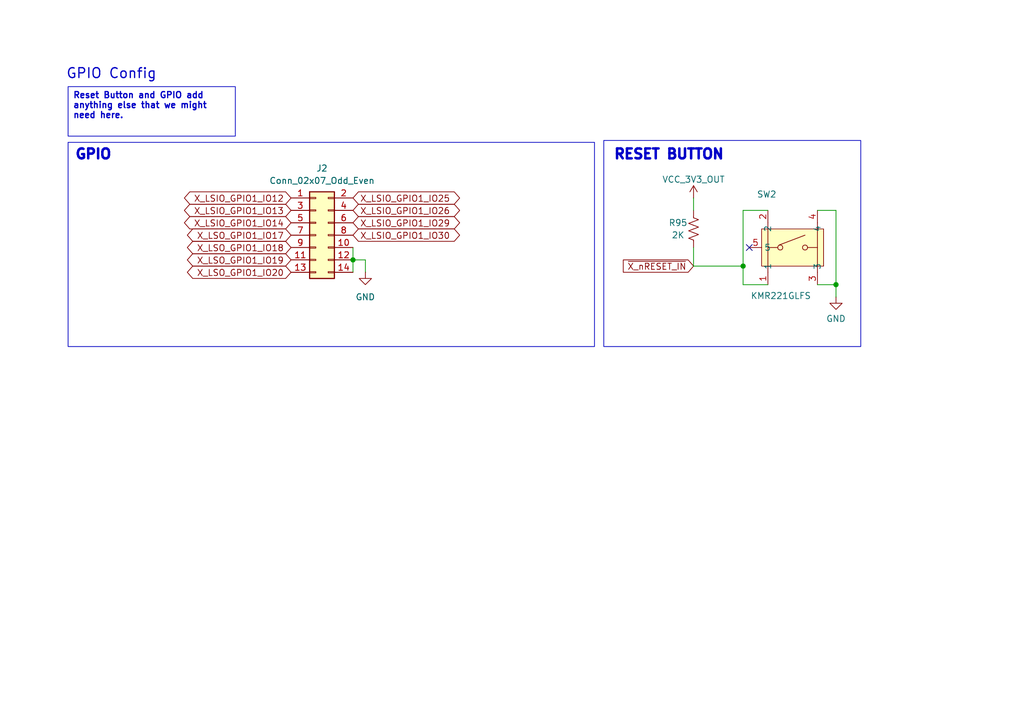
<source format=kicad_sch>
(kicad_sch (version 20250114) (generator "eeschema") (generator_version "9.0")
  (paper "A5")
  (lib_symbols
    (symbol "Connector_Generic:Conn_02x07_Odd_Even" (pin_names (offset 1.016) (hide yes))
      (property "Reference" "J" (at 1.27 10.16 0))
      (property "Value" "Conn_02x07_Odd_Even" (at 1.27 -10.16 0))
      (symbol "Conn_02x07_Odd_Even_1_1"
        (rectangle (start -1.27 8.89) (end 3.81 -8.89) (stroke (width 0.254)) (fill (type background)))
        (rectangle (start -1.27 7.747) (end 0 7.493) (stroke (width 0.1524)))
        (rectangle (start -1.27 5.207) (end 0 4.953) (stroke (width 0.1524)))
        (rectangle (start -1.27 2.667) (end 0 2.413) (stroke (width 0.1524)))
        (rectangle (start -1.27 0.127) (end 0 -0.127) (stroke (width 0.1524)))
        (rectangle (start -1.27 -2.413) (end 0 -2.667) (stroke (width 0.1524)))
        (rectangle (start -1.27 -4.953) (end 0 -5.207) (stroke (width 0.1524)))
        (rectangle (start -1.27 -7.493) (end 0 -7.747) (stroke (width 0.1524)))
        (rectangle (start 3.81 7.747) (end 2.54 7.493) (stroke (width 0.1524)))
        (rectangle (start 3.81 5.207) (end 2.54 4.953) (stroke (width 0.1524)))
        (rectangle (start 3.81 2.667) (end 2.54 2.413) (stroke (width 0.1524)))
        (rectangle (start 3.81 0.127) (end 2.54 -0.127) (stroke (width 0.1524)))
        (rectangle (start 3.81 -2.413) (end 2.54 -2.667) (stroke (width 0.1524)))
        (rectangle (start 3.81 -4.953) (end 2.54 -5.207) (stroke (width 0.1524)))
        (rectangle (start 3.81 -7.493) (end 2.54 -7.747) (stroke (width 0.1524)))
        (pin passive line (at -5.08 7.62 0) (length 3.81) (name "Pin_1") (number "1"))
        (pin passive line (at -5.08 5.08 0) (length 3.81) (name "Pin_3") (number "3"))
        (pin passive line (at -5.08 2.54 0) (length 3.81) (name "Pin_5") (number "5"))
        (pin passive line (at -5.08 0 0) (length 3.81) (name "Pin_7") (number "7"))
        (pin passive line (at -5.08 -2.54 0) (length 3.81) (name "Pin_9") (number "9"))
        (pin passive line (at -5.08 -5.08 0) (length 3.81) (name "Pin_11") (number "11"))
        (pin passive line (at -5.08 -7.62 0) (length 3.81) (name "Pin_13") (number "13"))
        (pin passive line (at 7.62 7.62 180) (length 3.81) (name "Pin_2") (number "2"))
        (pin passive line (at 7.62 5.08 180) (length 3.81) (name "Pin_4") (number "4"))
        (pin passive line (at 7.62 2.54 180) (length 3.81) (name "Pin_6") (number "6"))
        (pin passive line (at 7.62 0 180) (length 3.81) (name "Pin_8") (number "8"))
        (pin passive line (at 7.62 -2.54 180) (length 3.81) (name "Pin_10") (number "10"))
        (pin passive line (at 7.62 -5.08 180) (length 3.81) (name "Pin_12") (number "12"))
        (pin passive line (at 7.62 -7.62 180) (length 3.81) (name "Pin_14") (number "14"))
      )
    )
    (symbol "Device:R_US" (pin_numbers (hide yes)) (pin_names (offset 0))
      (property "Reference" "R" (at 2.54 0 90))
      (property "Value" "R_US" (at -2.54 0 90))
      (symbol "R_US_0_1"
        (polyline (pts (xy 0 2.286) (xy 0 2.54)))
        (polyline (pts (xy 0 2.286) (xy 1.016 1.905) (xy 0 1.524) (xy -1.016 1.143) (xy 0 0.762)))
        (polyline (pts (xy 0 0.762) (xy 1.016 0.381) (xy 0 0) (xy -1.016 -0.381) (xy 0 -0.762)))
        (polyline (pts (xy 0 -0.762) (xy 1.016 -1.143) (xy 0 -1.524) (xy -1.016 -1.905) (xy 0 -2.286)))
        (polyline (pts (xy 0 -2.286) (xy 0 -2.54)))
      )
      (symbol "R_US_1_1"
        (pin passive line (at 0 3.81 270) (length 1.27) (name "~") (number "1"))
        (pin passive line (at 0 -3.81 90) (length 1.27) (name "~") (number "2"))
      )
    )
    (symbol "imx8_carrier_board_symbol_library:KMR221GLFS"
      (property "Reference" "SW" (at 0 12.7 0))
      (symbol "KMR221GLFS_0_1"
        (rectangle (start -3.81 5.08) (end 3.81 -7.62) (fill (type background)))
        (polyline (pts (xy 0 1.78) (xy 0 3.81)))
        (circle (center 0 1.27) (radius 0.51))
        (circle (center 0 -3.81) (radius 0.51))
        (polyline (pts (xy 0 -4.32) (xy 0 -6.35)))
        (polyline (pts (xy 0.51 1.52) (xy 2.54 -3.81)))
        (polyline (pts (xy 5.08 3.81) (xy -5.08 3.81)))
        (polyline (pts (xy 5.08 -6.35) (xy -5.08 -6.35)))
        (pin unspecified line (at -7.62 3.81 0) (length 2.54) (name "1") (number "1"))
        (pin unspecified line (at -7.62 -6.35 0) (length 2.54) (name "3") (number "3"))
        (pin unspecified line (at 0 7.62 270) (length 2.54) (name "5") (number "5"))
        (pin unspecified line (at 7.62 3.81 180) (length 2.54) (name "2") (number "2"))
        (pin unspecified line (at 7.62 -6.35 180) (length 2.54) (name "4") (number "4"))
      )
    )
    (symbol "imx8_carrier_board_symbol_library:VCC_3V3_OUT" (power) (pin_numbers (hide yes)) (pin_names (offset 0) (hide yes))
      (property "Value" "VCC_3V3_OUT" (at 0 3.556 0))
      (symbol "VCC_3V3_OUT_0_1"
        (polyline (pts (xy -0.762 1.27) (xy 0 2.54)))
        (polyline (pts (xy 0 2.54) (xy 0.762 1.27)))
        (polyline (pts (xy 0 0) (xy 0 2.54)))
      )
      (symbol "VCC_3V3_OUT_1_1"
        (pin power_in line (at 0 0 90) (length 0) (name "~") (number "1"))
      )
    )
    (symbol "power:GND" (power) (pin_numbers (hide yes)) (pin_names (offset 0) (hide yes))
      (property "Value" "GND" (at 0 -3.81 0))
      (symbol "GND_0_1"
        (polyline (pts (xy 0 0) (xy 0 -1.27) (xy 1.27 -1.27) (xy 0 -2.54) (xy -1.27 -1.27) (xy 0 -1.27)))
      )
      (symbol "GND_1_1"
        (pin power_in line (at 0 0 270) (length 0) (name "~") (number "1"))
      )
    )
  )
  (rectangle (start 13.97 29.21) (end 121.92 71.12))
  (rectangle (start 123.825 28.829) (end 176.53 71.12))
  (text "GPIO Config" (at 22.86 15.24 0) (effects (font (size 2.032 2.032) (thickness 0.254) (bold yes))))
  (text "RESET BUTTON" (at 125.73 33.02 0) (effects (font (size 2.032 2.032) (thickness 0.6) (bold yes)) (justify left bottom)))
  (text "GPIO" (at 15.24 33.02 0) (effects (font (size 2.032 2.032) (thickness 0.6) (bold yes)) (justify left bottom)))
  (text_box "Reset Button and GPIO add anything else that we might need here." (at 13.97 17.78 0) (size 34.29 10.16) (margins 0.9525 0.9525 0.9525 0.9525) (effects (font (size 1.27 1.27) (thickness 0.254) (bold yes)) (justify left top)))
  (junction (at 171.45 58.42))
  (junction (at 152.4 54.61))
  (junction (at 72.39 53.34))
  (no_connect (at 153.67 50.8))
  (wire (pts (xy 142.24 54.61) (xy 152.4 54.61)))
  (wire (pts (xy 74.93 53.34) (xy 74.93 55.88)))
  (wire (pts (xy 72.39 50.8) (xy 72.39 53.34)))
  (wire (pts (xy 74.93 53.34) (xy 72.39 53.34)))
  (wire (pts (xy 157.48 58.42) (xy 152.4 58.42)))
  (wire (pts (xy 142.24 54.61) (xy 142.24 50.8)))
  (wire (pts (xy 167.64 43.18) (xy 171.45 43.18)))
  (wire (pts (xy 167.64 58.42) (xy 171.45 58.42)))
  (wire (pts (xy 171.45 43.18) (xy 171.45 58.42)))
  (wire (pts (xy 72.39 53.34) (xy 72.39 55.88)))
  (wire (pts (xy 157.48 43.18) (xy 152.4 43.18)))
  (wire (pts (xy 152.4 58.42) (xy 152.4 54.61)))
  (wire (pts (xy 142.24 40.64) (xy 142.24 43.18)))
  (wire (pts (xy 171.45 58.42) (xy 171.45 60.96)))
  (wire (pts (xy 152.4 43.18) (xy 152.4 54.61)))
  (global_label "X_LSIO_GPIO1_IO14" (shape bidirectional) (at 59.69 45.72 180) (property "Intersheetrefs" "${INTERSHEET_REFS}" (effects (hide yes))))
  (global_label "X_LSO_GPIO1_IO17" (shape bidirectional) (at 59.69 48.26 180) (property "Intersheetrefs" "${INTERSHEET_REFS}" (effects (hide yes))))
  (global_label "X_LSIO_GPIO1_IO29" (shape bidirectional) (at 72.39 45.72 0) (property "Intersheetrefs" "${INTERSHEET_REFS}" (effects (hide yes))))
  (global_label "X_LSIO_GPIO1_IO13" (shape bidirectional) (at 59.69 43.18 180) (property "Intersheetrefs" "${INTERSHEET_REFS}" (effects (hide yes))))
  (global_label "X_LSO_GPIO1_IO18" (shape bidirectional) (at 59.69 50.8 180) (property "Intersheetrefs" "${INTERSHEET_REFS}" (effects (hide yes))))
  (global_label "X_LSIO_GPIO1_IO26" (shape bidirectional) (at 72.39 43.18 0) (property "Intersheetrefs" "${INTERSHEET_REFS}" (effects (hide yes))))
  (global_label "X_LSIO_GPIO1_IO12" (shape bidirectional) (at 59.69 40.64 180) (property "Intersheetrefs" "${INTERSHEET_REFS}" (effects (hide yes))))
  (global_label "X_LSO_GPIO1_IO19" (shape bidirectional) (at 59.69 53.34 180) (property "Intersheetrefs" "${INTERSHEET_REFS}" (effects (hide yes))))
  (global_label "X_LSIO_GPIO1_IO30" (shape bidirectional) (at 72.39 48.26 0) (property "Intersheetrefs" "${INTERSHEET_REFS}" (effects (hide yes))))
  (global_label "~{X_nRESET_IN}" (shape input) (at 142.24 54.61 180) (property "Intersheetrefs" "${INTERSHEET_REFS}" (effects (hide yes))))
  (global_label "X_LSIO_GPIO1_IO25" (shape bidirectional) (at 72.39 40.64 0) (property "Intersheetrefs" "${INTERSHEET_REFS}" (effects (hide yes))))
  (global_label "X_LSO_GPIO1_IO20" (shape bidirectional) (at 59.69 55.88 180) (property "Intersheetrefs" "${INTERSHEET_REFS}" (effects (hide yes))))
  (symbol (lib_id "power:GND") (at 171.45 60.96 0) (unit 1)
    (property "Reference" "#PWR088" (effects (hide yes)))
    (property "Value" "GND" (at 171.45 65.405 0))
    (property "Description" "Power symbol creates a global label with name \"GND\" , ground" (effects (hide yes)))
  )
  (symbol (lib_id "Device:R_US") (at 142.24 46.99 180) (unit 1)
    (property "Reference" "R95" (at 139.065 45.72 0))
    (property "Value" "2K" (at 139.065 48.26 0))
    (property "Footprint" "Resistor_SMD:R_0402_1005Metric" (effects (hide yes)))
    (property "Description" "Resistor, US symbol" (effects (hide yes)))
  )
  (symbol (lib_id "power:GND") (at 74.93 55.88 0) (unit 1)
    (property "Reference" "#PWR06" (effects (hide yes)))
    (property "Value" "GND" (at 74.93 60.96 0))
    (property "Description" "Power symbol creates a global label with name \"GND\" , ground" (effects (hide yes)))
  )
  (symbol (lib_id "imx8_carrier_board_symbol_library:KMR221GLFS") (at 161.29 50.8 90) (unit 1)
    (property "Reference" "SW2" (at 155.194 39.878 90) (effects (justify right)))
    (property "Value" "KMR221GLFS" (at 153.924 60.706 90) (effects (justify right)))
    (property "Footprint" "imx8_carrier_board_footprints:KEY-SMD_KMR2XXGXXX" (effects (hide yes)))
    (property "Datasheet" "https://lcsc.com/product-detail/Others_C-K-KMR221GLFS_C72443.html" (effects (hide yes)))
    (property "LCSC Part" "C72443" (effects (hide yes)))
  )
  (symbol (lib_id "Connector_Generic:Conn_02x07_Odd_Even") (at 64.77 48.26 0) (unit 1)
    (property "Reference" "J2" (at 66.04 34.544 0))
    (property "Value" "Conn_02x07_Odd_Even" (at 66.04 37.084 0))
    (property "Footprint" "imx8_carrier_board_footprints:PinHeader_2x07_P2.54mm_Vertical" (effects (hide yes)))
    (property "Description" "Generic connector, double row, 02x07, odd/even pin numbering scheme (row 1 odd numbers, row 2 even numbers), script generated (kicad-library-utils/schlib/autogen/connector/)" (effects (hide yes)))
  )
  (symbol (lib_id "imx8_carrier_board_symbol_library:VCC_3V3_OUT") (at 142.24 40.64 0) (unit 1)
    (property "Reference" "#PWR0113" (effects (hide yes)))
    (property "Value" "VCC_3V3_OUT" (at 142.24 36.83 0))
    (property "Description" "Power symbol creates a global label with name \"VCC\"" (effects (hide yes)))
  )
)
</source>
